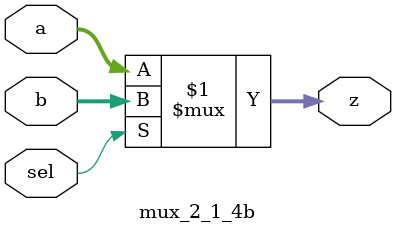
<source format=v>
`timescale 1ns / 1ps


module mux_2_1_4b(
    input [3:0] a,
    input [3:0] b,
    input sel,
    output [3:0] z
    );
    assign z = (sel) ? b: a;
endmodule

</source>
